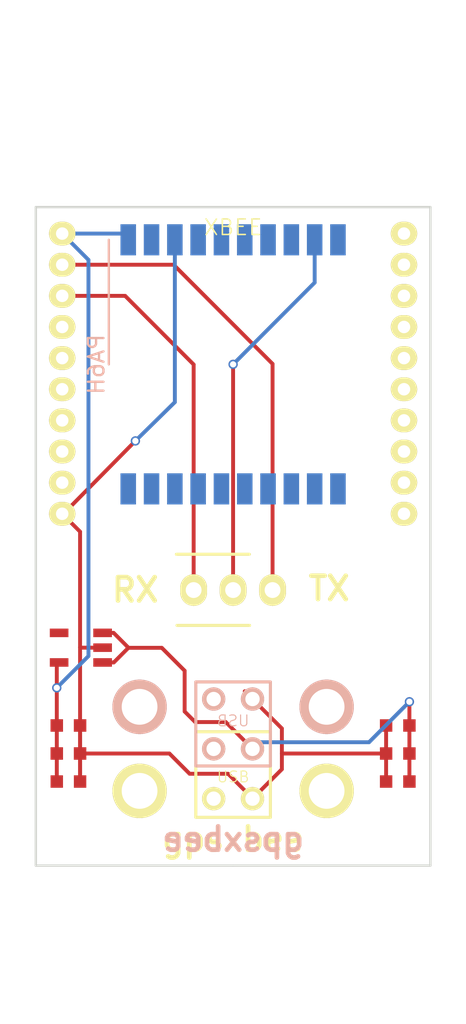
<source format=kicad_pcb>
(kicad_pcb (version 4) (host pcbnew 4.0.7-e2-6376~58~ubuntu16.04.1)

  (general
    (links 0)
    (no_connects 0)
    (area 97.794999 82.394999 128.205001 148.605001)
    (thickness 1.6)
    (drawings 20)
    (tracks 66)
    (zones 0)
    (modules 14)
    (nets 2)
  )

  (page A4)
  (layers
    (0 F.Cu signal)
    (31 B.Cu signal)
    (32 B.Adhes user)
    (33 F.Adhes user)
    (34 B.Paste user)
    (35 F.Paste user)
    (36 B.SilkS user)
    (37 F.SilkS user)
    (38 B.Mask user)
    (39 F.Mask user)
    (40 Dwgs.User user)
    (41 Cmts.User user)
    (42 Eco1.User user)
    (43 Eco2.User user)
    (44 Edge.Cuts user)
    (45 Margin user)
    (46 B.CrtYd user)
    (47 F.CrtYd user)
    (48 B.Fab user)
    (49 F.Fab user)
  )

  (setup
    (last_trace_width 0.25)
    (trace_clearance 0.2)
    (zone_clearance 0.508)
    (zone_45_only no)
    (trace_min 0.2)
    (segment_width 0.2)
    (edge_width 0.15)
    (via_size 0.6)
    (via_drill 0.4)
    (via_min_size 0.4)
    (via_min_drill 0.3)
    (uvia_size 0.3)
    (uvia_drill 0.1)
    (uvias_allowed no)
    (uvia_min_size 0.2)
    (uvia_min_drill 0.1)
    (pcb_text_width 0.3)
    (pcb_text_size 1.5 1.5)
    (mod_edge_width 0.15)
    (mod_text_size 1 1)
    (mod_text_width 0.15)
    (pad_size 1.524 1.524)
    (pad_drill 0.762)
    (pad_to_mask_clearance 0.2)
    (aux_axis_origin 0 0)
    (visible_elements FFFFFF7F)
    (pcbplotparams
      (layerselection 0x00030_80000001)
      (usegerberextensions false)
      (excludeedgelayer true)
      (linewidth 0.150000)
      (plotframeref false)
      (viasonmask false)
      (mode 1)
      (useauxorigin false)
      (hpglpennumber 1)
      (hpglpenspeed 20)
      (hpglpendiameter 15)
      (hpglpenoverlay 2)
      (psnegative false)
      (psa4output false)
      (plotreference true)
      (plotvalue true)
      (plotinvisibletext false)
      (padsonsilk false)
      (subtractmaskfromsilk false)
      (outputformat 1)
      (mirror false)
      (drillshape 0)
      (scaleselection 1)
      (outputdirectory ""))
  )

  (net 0 "")
  (net 1 /gnd)

  (net_class Default "This is the default net class."
    (clearance 0.2)
    (trace_width 0.25)
    (via_dia 0.6)
    (via_drill 0.4)
    (uvia_dia 0.3)
    (uvia_drill 0.1)
    (add_net /gnd)
  )

  (module 00my_modules:Wurth_61400413321_usb (layer F.Cu) (tedit 5CAD6907) (tstamp 5CAD6EEF)
    (at 113 133.4)
    (descr Wurth_61400413321)
    (tags usb)
    (fp_text reference "" (at 0 -1) (layer F.SilkS)
      (effects (font (size 0.5 0.5) (thickness 0.01)))
    )
    (fp_text value "" (at 0 1) (layer F.Fab)
      (effects (font (size 0.5 0.5) (thickness 0.01)))
    )
    (fp_text user USB (at 0 -0.9) (layer F.SilkS)
      (effects (font (size 0.7 0.7) (thickness 0.07)))
    )
    (fp_line (start -6.1 4.72) (end -6.1 -6.48) (layer F.CrtYd) (width 0.05))
    (fp_line (start 6.1 4.72) (end 6.1 -6.48) (layer F.CrtYd) (width 0.05))
    (fp_line (start -6.1 -6.48) (end 6.1 -6.48) (layer F.CrtYd) (width 0.05))
    (fp_line (start -6.1 4.72) (end 6.1 4.72) (layer F.CrtYd) (width 0.05))
    (fp_line (start -15 0) (end 15 0) (layer F.CrtYd) (width 0.01))
    (fp_line (start 0 -15) (end 0 15) (layer F.CrtYd) (width 0.01))
    (pad V thru_hole circle (at 1.25 -2.7) (size 1.5 1.5) (drill 0.92) (layers *.Cu *.Mask F.SilkS))
    (pad - thru_hole circle (at -1.25 -2.7) (size 1.5 1.5) (drill 0.92) (layers *.Cu *.Mask F.SilkS))
    (pad + thru_hole circle (at -1.25 0.5) (size 1.5 1.5) (drill 0.92) (layers *.Cu *.Mask F.SilkS))
    (pad G thru_hole circle (at 1.25 0.5) (size 1.5 1.5) (drill 0.92) (layers *.Cu *.Mask F.SilkS) (net 1 /gnd) )
    (pad X thru_hole circle (at 6.02 0) (size 3.5 3.5) (drill 2.3) (layers *.Cu *.Mask F.SilkS))
    (pad X thru_hole circle (at -6.02 0) (size 3.5 3.5) (drill 2.3) (layers *.Cu *.Mask F.SilkS))
  )

  (module 00my_modules:R_0603 (layer F.Cu) (tedit 5415CC62) (tstamp 5CAD8790)
    (at 102.4 131)
    (descr R0603)
    (tags "resistor capacitor led 0603")
    (attr smd)
    (fp_text reference "" (at 0 0) (layer F.SilkS)
      (effects (font (size 0.5 0.5) (thickness 0.1)))
    )
    (fp_text value R (at 0 0) (layer F.Fab)
      (effects (font (size 0.5 0.5) (thickness 0.01)))
    )
    (fp_line (start -1.2 -0.45) (end 1.2 -0.45) (layer F.CrtYd) (width 0.01))
    (fp_line (start -1.2 0.45) (end 1.2 0.45) (layer F.CrtYd) (width 0.01))
    (fp_line (start -1.2 -0.45) (end -1.2 0.45) (layer F.CrtYd) (width 0.01))
    (fp_line (start 1.2 -0.45) (end 1.2 0.45) (layer F.CrtYd) (width 0.01))
    (pad 1 smd rect (at -0.75 0) (size 0.8 0.8) (layers F.Cu F.Paste F.Mask))
    (pad 2 smd rect (at 0.75 0) (size 0.8 0.8) (layers F.Cu F.Paste F.Mask))
  )

  (module 00my_modules:R_0603 (layer F.Cu) (tedit 5415CC62) (tstamp 5CAD8787)
    (at 102.4 129.2)
    (descr R0603)
    (tags "resistor capacitor led 0603")
    (attr smd)
    (fp_text reference "" (at 0 0) (layer F.SilkS)
      (effects (font (size 0.5 0.5) (thickness 0.1)))
    )
    (fp_text value R (at 0 0) (layer F.Fab)
      (effects (font (size 0.5 0.5) (thickness 0.01)))
    )
    (fp_line (start -1.2 -0.45) (end 1.2 -0.45) (layer F.CrtYd) (width 0.01))
    (fp_line (start -1.2 0.45) (end 1.2 0.45) (layer F.CrtYd) (width 0.01))
    (fp_line (start -1.2 -0.45) (end -1.2 0.45) (layer F.CrtYd) (width 0.01))
    (fp_line (start 1.2 -0.45) (end 1.2 0.45) (layer F.CrtYd) (width 0.01))
    (pad 1 smd rect (at -0.75 0) (size 0.8 0.8) (layers F.Cu F.Paste F.Mask))
    (pad 2 smd rect (at 0.75 0) (size 0.8 0.8) (layers F.Cu F.Paste F.Mask))
  )

  (module 00my_modules:Wurth_61400413321_usb (layer B.Cu) (tedit 5CAD6922) (tstamp 5CAD6EAD)
    (at 113 128)
    (descr Wurth_61400413321)
    (tags usb)
    (fp_text reference "" (at 0 1) (layer B.SilkS)
      (effects (font (size 0.5 0.5) (thickness 0.01)) (justify mirror))
    )
    (fp_text value "" (at 0 -1) (layer B.Fab)
      (effects (font (size 0.5 0.5) (thickness 0.01)) (justify mirror))
    )
    (fp_text user USB (at 0 0.9) (layer B.SilkS)
      (effects (font (size 0.7 0.7) (thickness 0.07)) (justify mirror))
    )
    (fp_line (start -6.1 -4.72) (end -6.1 6.48) (layer B.CrtYd) (width 0.05))
    (fp_line (start 6.1 -4.72) (end 6.1 6.48) (layer B.CrtYd) (width 0.05))
    (fp_line (start -6.1 6.48) (end 6.1 6.48) (layer B.CrtYd) (width 0.05))
    (fp_line (start -6.1 -4.72) (end 6.1 -4.72) (layer B.CrtYd) (width 0.05))
    (fp_line (start -15 0) (end 15 0) (layer B.CrtYd) (width 0.01))
    (fp_line (start 0 15) (end 0 -15) (layer B.CrtYd) (width 0.01))
    (pad V thru_hole circle (at 1.25 2.7) (size 1.5 1.5) (drill 0.92) (layers *.Cu *.Mask B.SilkS))
    (pad - thru_hole circle (at -1.25 2.7) (size 1.5 1.5) (drill 0.92) (layers *.Cu *.Mask B.SilkS))
    (pad + thru_hole circle (at -1.25 -0.5) (size 1.5 1.5) (drill 0.92) (layers *.Cu *.Mask B.SilkS))
    (pad G thru_hole circle (at 1.25 -0.5) (size 1.5 1.5) (drill 0.92) (layers *.Cu *.Mask B.SilkS)(net 1 /gnd) )
    (pad X thru_hole circle (at 6.02 0) (size 3.5 3.5) (drill 2.3) (layers *.Cu *.Mask B.SilkS))
    (pad X thru_hole circle (at -6.02 0) (size 3.5 3.5) (drill 2.3) (layers *.Cu *.Mask B.SilkS))
  )

  (module 00my_modules:xbee (layer F.Cu) (tedit 0) (tstamp 5CAD5FE3)
    (at 113 117.6)
    (descr "xbee header")
    (tags xbee)
    (fp_text reference XBEE (at 0 -20.4) (layer F.SilkS)
      (effects (font (size 1 1) (thickness 0.1)))
    )
    (fp_text value "" (at 0 -15) (layer F.Fab)
      (effects (font (size 0.5 0.5) (thickness 0.01)))
    )
    (fp_line (start -5 -27.6) (end 5 -27.6) (layer F.CrtYd) (width 0.127))
    (fp_line (start -12.25 -21.25) (end -5 -27.6) (layer F.CrtYd) (width 0.127))
    (fp_line (start 12.25 -21.25) (end 5 -27.6) (layer F.CrtYd) (width 0.127))
    (fp_line (start 9.75 -21.25) (end 12.25 -21.25) (layer F.CrtYd) (width 0.2032))
    (fp_line (start 12.25 -21.25) (end 12.25 -0.75) (layer F.CrtYd) (width 0.2032))
    (fp_line (start 12.25 -0.75) (end 9.75 -0.75) (layer F.CrtYd) (width 0.2032))
    (fp_line (start 9.75 -21.25) (end 9.75 -0.75) (layer F.CrtYd) (width 0.2032))
    (fp_line (start -9.75 -21.25) (end -12.25 -21.25) (layer F.CrtYd) (width 0.2032))
    (fp_line (start -12.25 -21.25) (end -12.25 -0.75) (layer F.CrtYd) (width 0.2032))
    (fp_line (start -12.25 -0.75) (end -9.75 -0.75) (layer F.CrtYd) (width 0.2032))
    (fp_line (start -9.75 -21.25) (end -9.75 -0.75) (layer F.CrtYd) (width 0.2032))
    (fp_line (start -12.25 -0.75) (end -12.25 0) (layer F.CrtYd) (width 0.127))
    (fp_line (start 12.25 -0.75) (end 12.25 0) (layer F.CrtYd) (width 0.127))
    (fp_line (start -12.25 0) (end 12.25 0) (layer F.CrtYd) (width 0.127))
    (fp_line (start 0 10) (end 0 -35) (layer F.CrtYd) (width 0.01))
    (pad V thru_hole oval (at -11 -20) (size 1.7 1.524) (drill 0.8) (layers *.Cu *.Mask F.SilkS))
    (pad T thru_hole oval (at -11 -18) (size 1.7 1.524) (drill 0.8) (layers *.Cu *.Mask F.SilkS))
    (pad R thru_hole oval (at -11 -16) (size 1.7 1.524) (drill 0.8) (layers *.Cu *.Mask F.SilkS))
    (pad 4 thru_hole oval (at -11 -14) (size 1.7 1.524) (drill 0.8) (layers *.Cu *.Mask F.SilkS))
    (pad N thru_hole oval (at -11 -12) (size 1.7 1.524) (drill 0.8) (layers *.Cu *.Mask F.SilkS))
    (pad 6 thru_hole oval (at -11 -10) (size 1.7 1.524) (drill 0.8) (layers *.Cu *.Mask F.SilkS))
    (pad 7 thru_hole oval (at -11 -8) (size 1.7 1.524) (drill 0.8) (layers *.Cu *.Mask F.SilkS))
    (pad 8 thru_hole oval (at -11 -6) (size 1.7 1.524) (drill 0.8) (layers *.Cu *.Mask F.SilkS))
    (pad 9 thru_hole oval (at -11 -4) (size 1.7 1.524) (drill 0.8) (layers *.Cu *.Mask F.SilkS))
    (pad G thru_hole oval (at -11 -2) (size 1.7 1.524) (drill 0.8) (layers *.Cu *.Mask F.SilkS))
    (pad 11 thru_hole oval (at 11 -2) (size 1.7 1.524) (drill 0.8) (layers *.Cu *.Mask F.SilkS))
    (pad 12 thru_hole oval (at 11 -4) (size 1.7 1.524) (drill 0.8) (layers *.Cu *.Mask F.SilkS))
    (pad 13 thru_hole oval (at 11 -6) (size 1.7 1.524) (drill 0.8) (layers *.Cu *.Mask F.SilkS))
    (pad 14 thru_hole oval (at 11 -8) (size 1.7 1.524) (drill 0.8) (layers *.Cu *.Mask F.SilkS))
    (pad 15 thru_hole oval (at 11 -10) (size 1.7 1.524) (drill 0.8) (layers *.Cu *.Mask F.SilkS))
    (pad 16 thru_hole oval (at 11 -12) (size 1.7 1.524) (drill 0.8) (layers *.Cu *.Mask F.SilkS))
    (pad 17 thru_hole oval (at 11 -14) (size 1.7 1.524) (drill 0.8) (layers *.Cu *.Mask F.SilkS))
    (pad 18 thru_hole oval (at 11 -16) (size 1.7 1.524) (drill 0.8) (layers *.Cu *.Mask F.SilkS))
    (pad 19 thru_hole oval (at 11 -18) (size 1.7 1.524) (drill 0.8) (layers *.Cu *.Mask F.SilkS))
    (pad 20 thru_hole oval (at 11 -20) (size 1.7 1.524) (drill 0.8) (layers *.Cu *.Mask F.SilkS))
  )

  (module 00my_modules:PA6H (layer B.Cu) (tedit 5415CC62) (tstamp 5CAD675E)
    (at 113 106 270)
    (descr PA6H)
    (tags "PA6H gps")
    (fp_text reference PA6H (at 0 8.8 270) (layer B.SilkS)
      (effects (font (size 1 1) (thickness 0.15)) (justify mirror))
    )
    (fp_text value GPS (at 0 7 270) (layer B.Fab)
      (effects (font (size 1 1) (thickness 0.15)) (justify mirror))
    )
    (fp_line (start -8 8) (end -8 -8) (layer B.CrtYd) (width 0.05))
    (fp_line (start 8 8) (end 8 -8) (layer B.CrtYd) (width 0.05))
    (fp_line (start -8 8) (end 8 8) (layer B.CrtYd) (width 0.05))
    (fp_line (start -8 -8) (end 8 -8) (layer B.CrtYd) (width 0.05))
    (fp_line (start -8 8) (end 0 8) (layer B.SilkS) (width 0.15))
    (fp_line (start -15 0) (end 15 0) (layer B.CrtYd) (width 0.01))
    (fp_line (start 0 15) (end 0 -15) (layer B.CrtYd) (width 0.01))
    (pad VCC smd rect (at -8 6.75 270) (size 2 1) (layers B.Cu B.Paste B.Mask))
    (pad 2 smd rect (at -8 5.25 270) (size 2 1) (layers B.Cu B.Paste B.Mask))
    (pad GND smd rect (at -8 3.75 270) (size 2 1) (layers B.Cu B.Paste B.Mask)
      (net 1 /gnd))
    (pad 4 smd rect (at -8 2.25 270) (size 2 1) (layers B.Cu B.Paste B.Mask))
    (pad 5 smd rect (at -8 0.75 270) (size 2 1) (layers B.Cu B.Paste B.Mask))
    (pad 6 smd rect (at -8 -0.75 270) (size 2 1) (layers B.Cu B.Paste B.Mask))
    (pad 7 smd rect (at -8 -2.25 270) (size 2 1) (layers B.Cu B.Paste B.Mask))
    (pad 8 smd rect (at -8 -3.75 270) (size 2 1) (layers B.Cu B.Paste B.Mask))
    (pad TX smd rect (at -8 -5.25 270) (size 2 1) (layers B.Cu B.Paste B.Mask))
    (pad RX smd rect (at -8 -6.75 270) (size 2 1) (layers B.Cu B.Paste B.Mask))
    (pad 11 smd rect (at 8 -6.75 270) (size 2 1) (layers B.Cu B.Paste B.Mask))
    (pad 12 smd rect (at 8 -5.25 270) (size 2 1) (layers B.Cu B.Paste B.Mask))
    (pad 13 smd rect (at 8 -3.75 270) (size 2 1) (layers B.Cu B.Paste B.Mask))
    (pad 14 smd rect (at 8 -2.25 270) (size 2 1) (layers B.Cu B.Paste B.Mask))
    (pad 15 smd rect (at 8 -0.75 270) (size 2 1) (layers B.Cu B.Paste B.Mask))
    (pad 16 smd rect (at 8 0.75 270) (size 2 1) (layers B.Cu B.Paste B.Mask))
    (pad 17 smd rect (at 8 2.25 270) (size 2 1) (layers B.Cu B.Paste B.Mask))
    (pad 18 smd rect (at 8 3.75 270) (size 2 1) (layers B.Cu B.Paste B.Mask))
    (pad 19 smd rect (at 8 5.25 270) (size 2 1) (layers B.Cu B.Paste B.Mask))
    (pad 20 smd rect (at 8 6.75 270) (size 2 1) (layers B.Cu B.Paste B.Mask))
  )

  (module 00my_modules:AP2112 (layer F.Cu) (tedit 58CE4E80) (tstamp 5CAD7D53)
    (at 103.2 124.2 180)
    (descr SOT25)
    (tags SOT25)
    (attr smd)
    (fp_text reference "" (at 0 -2.5 180) (layer F.SilkS)
      (effects (font (size 1 1) (thickness 0.15)))
    )
    (fp_text value "" (at 0 2.05 180) (layer F.Fab)
      (effects (font (size 0.5 0.5) (thickness 0.01)))
    )
    (fp_text user SOT25 (at 0 0 270) (layer F.Fab)
      (effects (font (size 0.5 0.5) (thickness 0.01)))
    )
    (fp_line (start -0.8 -1.5) (end 0.8 -1.5) (layer F.Fab) (width 0.01))
    (fp_line (start -0.8 1.5) (end 0.8 1.5) (layer F.Fab) (width 0.01))
    (fp_line (start -0.8 -1.5) (end -0.8 1.5) (layer F.Fab) (width 0.01))
    (fp_line (start 0.8 -1.5) (end 0.8 1.5) (layer F.Fab) (width 0.01))
    (fp_line (start -0.8 -1.5) (end -0.8 1.5) (layer F.Fab) (width 0.01))
    (fp_line (start 0.8 -1.5) (end 0.8 1.5) (layer F.Fab) (width 0.01))
    (fp_line (start -2.3 -1.7) (end 2.3 -1.7) (layer F.CrtYd) (width 0.01))
    (fp_line (start -2.3 -1.7) (end -2.3 1.7) (layer F.CrtYd) (width 0.01))
    (fp_line (start 2.3 1.7) (end 2.3 -1.7) (layer F.CrtYd) (width 0.01))
    (fp_line (start 2.3 1.7) (end -2.3 1.7) (layer F.CrtYd) (width 0.01))
    (pad VIN smd rect (at -1.4 -0.95 180) (size 1.2 0.55) (layers F.Cu F.Paste F.Mask))
    (pad GND smd rect (at -1.4 0 180) (size 1.2 0.55) (layers F.Cu F.Paste F.Mask))
    (pad EN smd rect (at -1.4 0.95 180) (size 1.2 0.55) (layers F.Cu F.Paste F.Mask))
    (pad NC smd rect (at 1.4 0.95 180) (size 1.2 0.55) (layers F.Cu F.Paste F.Mask))
    (pad VOUT smd rect (at 1.4 -0.95 180) (size 1.2 0.55) (layers F.Cu F.Paste F.Mask))
  )

  (module 00my_modules:R_0603 (layer F.Cu) (tedit 5415CC62) (tstamp 5CAD84C9)
    (at 102.4 129.2)
    (descr R0603)
    (tags "resistor capacitor led 0603")
    (attr smd)
    (fp_text reference "" (at 0 0) (layer F.SilkS)
      (effects (font (size 0.5 0.5) (thickness 0.1)))
    )
    (fp_text value R (at 0 0) (layer F.Fab)
      (effects (font (size 0.5 0.5) (thickness 0.01)))
    )
    (fp_line (start -1.2 -0.45) (end 1.2 -0.45) (layer F.CrtYd) (width 0.01))
    (fp_line (start -1.2 0.45) (end 1.2 0.45) (layer F.CrtYd) (width 0.01))
    (fp_line (start -1.2 -0.45) (end -1.2 0.45) (layer F.CrtYd) (width 0.01))
    (fp_line (start 1.2 -0.45) (end 1.2 0.45) (layer F.CrtYd) (width 0.01))
    (pad 1 smd rect (at -0.75 0) (size 0.8 0.8) (layers F.Cu F.Paste F.Mask))
    (pad 2 smd rect (at 0.75 0) (size 0.8 0.8) (layers F.Cu F.Paste F.Mask))
  )

  (module 00my_modules:R_0603 (layer F.Cu) (tedit 5415CC62) (tstamp 5CAD84DC)
    (at 102.4 131)
    (descr R0603)
    (tags "resistor capacitor led 0603")
    (attr smd)
    (fp_text reference "" (at 0 0) (layer F.SilkS)
      (effects (font (size 0.5 0.5) (thickness 0.1)))
    )
    (fp_text value R (at 0 0) (layer F.Fab)
      (effects (font (size 0.5 0.5) (thickness 0.01)))
    )
    (fp_line (start -1.2 -0.45) (end 1.2 -0.45) (layer F.CrtYd) (width 0.01))
    (fp_line (start -1.2 0.45) (end 1.2 0.45) (layer F.CrtYd) (width 0.01))
    (fp_line (start -1.2 -0.45) (end -1.2 0.45) (layer F.CrtYd) (width 0.01))
    (fp_line (start 1.2 -0.45) (end 1.2 0.45) (layer F.CrtYd) (width 0.01))
    (pad 1 smd rect (at -0.75 0) (size 0.8 0.8) (layers F.Cu F.Paste F.Mask))
    (pad 2 smd rect (at 0.75 0) (size 0.8 0.8) (layers F.Cu F.Paste F.Mask))
  )

  (module 00my_modules:R_0603 (layer F.Cu) (tedit 5415CC62) (tstamp 5CAD84EF)
    (at 102.4 132.8)
    (descr R0603)
    (tags "resistor capacitor led 0603")
    (attr smd)
    (fp_text reference "" (at 0 0) (layer F.SilkS)
      (effects (font (size 0.5 0.5) (thickness 0.1)))
    )
    (fp_text value R (at 0 0) (layer F.Fab)
      (effects (font (size 0.5 0.5) (thickness 0.01)))
    )
    (fp_line (start -1.2 -0.45) (end 1.2 -0.45) (layer F.CrtYd) (width 0.01))
    (fp_line (start -1.2 0.45) (end 1.2 0.45) (layer F.CrtYd) (width 0.01))
    (fp_line (start -1.2 -0.45) (end -1.2 0.45) (layer F.CrtYd) (width 0.01))
    (fp_line (start 1.2 -0.45) (end 1.2 0.45) (layer F.CrtYd) (width 0.01))
    (pad 1 smd rect (at -0.75 0) (size 0.8 0.8) (layers F.Cu F.Paste F.Mask))
    (pad 2 smd rect (at 0.75 0) (size 0.8 0.8) (layers F.Cu F.Paste F.Mask))
  )

  (module 00my_modules:R_0603 (layer F.Cu) (tedit 5415CC62) (tstamp 5CAD87D0)
    (at 123.6 129.2)
    (descr R0603)
    (tags "resistor capacitor led 0603")
    (attr smd)
    (fp_text reference "" (at 0 0) (layer F.SilkS)
      (effects (font (size 0.5 0.5) (thickness 0.1)))
    )
    (fp_text value R (at 0 0) (layer F.Fab)
      (effects (font (size 0.5 0.5) (thickness 0.01)))
    )
    (fp_line (start -1.2 -0.45) (end 1.2 -0.45) (layer F.CrtYd) (width 0.01))
    (fp_line (start -1.2 0.45) (end 1.2 0.45) (layer F.CrtYd) (width 0.01))
    (fp_line (start -1.2 -0.45) (end -1.2 0.45) (layer F.CrtYd) (width 0.01))
    (fp_line (start 1.2 -0.45) (end 1.2 0.45) (layer F.CrtYd) (width 0.01))
    (pad 1 smd rect (at -0.75 0) (size 0.8 0.8) (layers F.Cu F.Paste F.Mask))
    (pad 2 smd rect (at 0.75 0) (size 0.8 0.8) (layers F.Cu F.Paste F.Mask))
  )

  (module 00my_modules:R_0603 (layer F.Cu) (tedit 5415CC62) (tstamp 5CAD87E3)
    (at 123.6 131)
    (descr R0603)
    (tags "resistor capacitor led 0603")
    (attr smd)
    (fp_text reference "" (at 0 0) (layer F.SilkS)
      (effects (font (size 0.5 0.5) (thickness 0.1)))
    )
    (fp_text value R (at 0 0) (layer F.Fab)
      (effects (font (size 0.5 0.5) (thickness 0.01)))
    )
    (fp_line (start -1.2 -0.45) (end 1.2 -0.45) (layer F.CrtYd) (width 0.01))
    (fp_line (start -1.2 0.45) (end 1.2 0.45) (layer F.CrtYd) (width 0.01))
    (fp_line (start -1.2 -0.45) (end -1.2 0.45) (layer F.CrtYd) (width 0.01))
    (fp_line (start 1.2 -0.45) (end 1.2 0.45) (layer F.CrtYd) (width 0.01))
    (pad 1 smd rect (at -0.75 0) (size 0.8 0.8) (layers F.Cu F.Paste F.Mask))
    (pad 2 smd rect (at 0.75 0) (size 0.8 0.8) (layers F.Cu F.Paste F.Mask))
  )

  (module 00my_modules:R_0603 (layer F.Cu) (tedit 5415CC62) (tstamp 5CAD87F6)
    (at 123.6 132.8)
    (descr R0603)
    (tags "resistor capacitor led 0603")
    (attr smd)
    (fp_text reference "" (at 0 0) (layer F.SilkS)
      (effects (font (size 0.5 0.5) (thickness 0.1)))
    )
    (fp_text value R (at 0 0) (layer F.Fab)
      (effects (font (size 0.5 0.5) (thickness 0.01)))
    )
    (fp_line (start -1.2 -0.45) (end 1.2 -0.45) (layer F.CrtYd) (width 0.01))
    (fp_line (start -1.2 0.45) (end 1.2 0.45) (layer F.CrtYd) (width 0.01))
    (fp_line (start -1.2 -0.45) (end -1.2 0.45) (layer F.CrtYd) (width 0.01))
    (fp_line (start 1.2 -0.45) (end 1.2 0.45) (layer F.CrtYd) (width 0.01))
    (pad 1 smd rect (at -0.75 0) (size 0.8 0.8) (layers F.Cu F.Paste F.Mask))
    (pad 2 smd rect (at 0.75 0) (size 0.8 0.8) (layers F.Cu F.Paste F.Mask))
  )

  (module 00my_modules:header1x3straight (layer F.Cu) (tedit 0) (tstamp 5CAD6CC6)
    (at 113 120.5 90)
    (descr "Through hole pin header")
    (tags "pin header")
    (fp_text reference "" (at 0 -2.4 90) (layer F.SilkS)
      (effects (font (size 0.5 0.5) (thickness 0.01)))
    )
    (fp_text value "" (at 0 -3.1 90) (layer F.Fab)
      (effects (font (size 0.5 0.5) (thickness 0.01)))
    )
    (fp_line (start -1.75 -4.29) (end -1.75 4.29) (layer F.CrtYd) (width 0.05))
    (fp_line (start 1.75 -4.29) (end 1.75 4.29) (layer F.CrtYd) (width 0.05))
    (fp_line (start -1.75 -4.29) (end 1.75 -4.29) (layer F.CrtYd) (width 0.05))
    (fp_line (start -1.75 4.29) (end 1.75 4.29) (layer F.CrtYd) (width 0.05))
    (fp_line (start -6 -2.54) (end 6 -2.54) (layer F.CrtYd) (width 0.01))
    (fp_line (start -6 0) (end 6 0) (layer F.CrtYd) (width 0.01))
    (fp_line (start -6 2.54) (end 6 2.54) (layer F.CrtYd) (width 0.01))
    (pad 1 thru_hole oval (at 0 -2.54 90) (size 2.032 1.7272) (drill 1.016) (layers *.Cu *.Mask F.SilkS))
    (pad 2 thru_hole oval (at 0 0 90) (size 2.032 1.7272) (drill 1.016) (layers *.Cu *.Mask F.SilkS))
    (pad 3 thru_hole oval (at 0 2.54 90) (size 2.032 1.7272) (drill 1.016) (layers *.Cu *.Mask F.SilkS))
  )

  (gr_text gpsxbee (at 113 136.5) (layer B.SilkS)
    (effects (font (size 1.5 1.5) (thickness 0.3)) (justify mirror))
  )
  (gr_text gpsxbee (at 113 136.5) (layer F.SilkS)
    (effects (font (size 1.5 1.5) (thickness 0.3)))
  )
  (gr_line (start 109.35 118.2) (end 114.05 118.2) (angle 90) (layer F.SilkS) (width 0.2))
  (gr_line (start 110.6 135.1) (end 110.6 129.7) (angle 90) (layer F.SilkS) (width 0.2))
  (gr_line (start 115.4 135.1) (end 110.6 135.1) (angle 90) (layer F.SilkS) (width 0.2))
  (gr_line (start 115.4 129.6) (end 115.4 135.1) (angle 90) (layer F.SilkS) (width 0.2))
  (gr_line (start 110.6 129.6) (end 115.4 129.6) (angle 90) (layer F.SilkS) (width 0.2))
  (gr_line (start 110.6 131.8) (end 110.6 126.4) (angle 90) (layer B.SilkS) (width 0.2))
  (gr_line (start 115.4 131.8) (end 110.6 131.8) (angle 90) (layer B.SilkS) (width 0.2))
  (gr_line (start 115.4 126.4) (end 115.4 131.8) (angle 90) (layer B.SilkS) (width 0.2))
  (gr_line (start 110.6 126.4) (end 115.4 126.4) (angle 90) (layer B.SilkS) (width 0.2))
  (gr_line (start 114.06 122.77) (end 114.04 122.77) (angle 90) (layer F.SilkS) (width 0.2))
  (gr_line (start 109.39 122.77) (end 114.06 122.77) (angle 90) (layer F.SilkS) (width 0.2))
  (gr_text TX (at 119.18 120.4) (layer F.SilkS)
    (effects (font (size 1.5 1.5) (thickness 0.3)))
  )
  (gr_text RX (at 106.7 120.49) (layer F.SilkS)
    (effects (font (size 1.5 1.5) (thickness 0.3)))
  )
  (gr_line (start 125.7 138.2) (end 113 138.2) (angle 90) (layer Edge.Cuts) (width 0.15))
  (gr_line (start 125.7 95.9) (end 125.7 138.2) (angle 90) (layer Edge.Cuts) (width 0.15))
  (gr_line (start 100.3 95.9) (end 125.7 95.9) (angle 90) (layer Edge.Cuts) (width 0.15))
  (gr_line (start 100.3 138.2) (end 113 138.2) (angle 90) (layer Edge.Cuts) (width 0.15))
  (gr_line (start 100.3 95.9) (end 100.3 138.2) (angle 90) (layer Edge.Cuts) (width 0.15))

  (segment (start 113 120.5) (end 113 106) (width 0.25) (layer F.Cu) (net 0))
  (segment (start 118.25 100.75) (end 118.25 98) (width 0.25) (layer B.Cu) (net 0) (tstamp 5CAD6CE5))
  (segment (start 113 106) (end 118.25 100.75) (width 0.25) (layer B.Cu) (net 0) (tstamp 5CAD6CE4))
  (via (at 113 106) (size 0.6) (drill 0.4) (layers F.Cu B.Cu) (net 0))
  (segment (start 102 99.6) (end 109.17 99.6) (width 0.25) (layer F.Cu) (net 0))
  (segment (start 115.54 105.97) (end 115.54 120.5) (width 0.25) (layer F.Cu) (net 0) (tstamp 5CAD6CDF))
  (segment (start 109.17 99.6) (end 115.54 105.97) (width 0.25) (layer F.Cu) (net 0) (tstamp 5CAD6CDD))
  (segment (start 102 101.6) (end 106.05 101.6) (width 0.25) (layer F.Cu) (net 0))
  (segment (start 110.46 106.01) (end 110.46 120.5) (width 0.25) (layer F.Cu) (net 0) (tstamp 5CAD6CD7))
  (segment (start 106.05 101.6) (end 110.46 106.01) (width 0.25) (layer F.Cu) (net 0) (tstamp 5CAD6CD5))
  (segment (start 102 97.6) (end 105.85 97.6) (width 0.25) (layer B.Cu) (net 0))
  (segment (start 105.85 97.6) (end 106.25 98) (width 0.25) (layer B.Cu) (net 0) (tstamp 5CAD8835))
  (via (at 101.65 126.78) (size 0.6) (drill 0.4) (layers F.Cu B.Cu) (net 0))
  (segment (start 102 97.6) (end 103.69 99.29) (width 0.25) (layer B.Cu) (net 0) (tstamp 5CAD8832))
  (segment (start 103.69 124.74) (end 103.69 99.29) (width 0.25) (layer B.Cu) (net 0) (tstamp 5CAD8830))
  (segment (start 103.69 124.74) (end 101.65 126.78) (width 0.25) (layer B.Cu) (net 0) (tstamp 5CAD882F))
  (segment (start 122.85 131) (end 116.14 131) (width 0.25) (layer F.Cu) (net 0))
  (segment (start 124.35 129.2) (end 124.35 127.675) (width 0.25) (layer F.Cu) (net 0))
  (segment (start 121.75 130.275) (end 114.675 130.275) (width 0.25) (layer B.Cu) (net 0) (tstamp 5CAD881C))
  (segment (start 124.35 127.675) (end 121.75 130.275) (width 0.25) (layer B.Cu) (net 0) (tstamp 5CAD881B))
  (via (at 124.35 127.675) (size 0.6) (drill 0.4) (layers F.Cu B.Cu) (net 0))
  (segment (start 114.675 130.275) (end 114.25 130.7) (width 0.25) (layer B.Cu) (net 0) (tstamp 5CAD881E))
  (segment (start 124.35 129.2) (end 124.35 132.8) (width 0.25) (layer F.Cu) (net 0))
  (segment (start 122.85 129.2) (end 122.85 132.8) (width 0.25) (layer F.Cu) (net 0))
  (segment (start 101.65 129.2) (end 101.65 126.78) (width 0.25) (layer F.Cu) (net 0))
  (segment (start 101.65 126.78) (end 101.65 125.3) (width 0.25) (layer F.Cu) (net 0) (tstamp 5CAD882C))
  (segment (start 101.65 125.3) (end 101.8 125.15) (width 0.25) (layer F.Cu) (net 0) (tstamp 5CAD8810))
  (segment (start 114.25 133.9) (end 114.25 133.875) (width 0.25) (layer F.Cu) (net 0))
  (segment (start 114.25 133.875) (end 112.675 132.3) (width 0.25) (layer F.Cu) (net 0) (tstamp 5CAD8805))
  (segment (start 108.9 131) (end 103.15 131) (width 0.25) (layer F.Cu) (net 0) (tstamp 5CAD880A))
  (segment (start 110.2 132.3) (end 108.9 131) (width 0.25) (layer F.Cu) (net 0) (tstamp 5CAD8808))
  (segment (start 112.675 132.3) (end 110.2 132.3) (width 0.25) (layer F.Cu) (net 0) (tstamp 5CAD8806))
  (segment (start 101.65 129.2) (end 101.65 132.8) (width 0.25) (layer F.Cu) (net 0) (tstamp 5CAD879A))
  (segment (start 101.65 129.2) (end 101.65 132.8) (width 0.25) (layer F.Cu) (net 0))
  (segment (start 113.75 127) (end 114.25 127.5) (width 0.25) (layer F.Cu) (net 0) (tstamp 5CAD858E))
  (segment (start 104.6 125.15) (end 105.32 125.15) (width 0.25) (layer F.Cu) (net 0))
  (segment (start 105.32 125.15) (end 106.265 124.205) (width 0.25) (layer F.Cu) (net 0) (tstamp 5CAD7D91))
  (segment (start 104.6 123.25) (end 105.31 123.25) (width 0.25) (layer F.Cu) (net 0))
  (segment (start 105.31 123.25) (end 106.265 124.205) (width 0.25) (layer F.Cu) (net 0) (tstamp 5CAD7D8D))
  (segment (start 106.265 124.205) (end 106.27 124.21) (width 0.25) (layer F.Cu) (net 0) (tstamp 5CAD7D93))
  (segment (start 114.25 130.7) (end 112.53 128.98) (width 0.25) (layer F.Cu) (net 0))
  (segment (start 108.41 124.21) (end 108.4 124.21) (width 0.25) (layer F.Cu) (net 0) (tstamp 5CAD7D8A))
  (segment (start 108.4 124.21) (end 106.27 124.21) (width 0.25) (layer F.Cu) (net 0) (tstamp 5CAD8590))
  (segment (start 106.27 124.21) (end 106.2 124.21) (width 0.25) (layer F.Cu) (net 0) (tstamp 5CAD7D8F))
  (segment (start 109.88 125.68) (end 108.41 124.21) (width 0.25) (layer F.Cu) (net 0) (tstamp 5CAD7D88))
  (segment (start 109.88 128.3) (end 109.88 125.68) (width 0.25) (layer F.Cu) (net 0) (tstamp 5CAD7D87))
  (segment (start 110.56 128.98) (end 109.88 128.3) (width 0.25) (layer F.Cu) (net 0) (tstamp 5CAD7D86))
  (segment (start 112.53 128.98) (end 110.56 128.98) (width 0.25) (layer F.Cu) (net 0) (tstamp 5CAD7D85))
  (segment (start 114.25 133.9) (end 114.25 133.89) (width 0.25) (layer F.Cu) (net 0))
  (segment (start 114.25 127.5) (end 116.14 129.39) (width 0.25) (layer F.Cu) (net 0))
  (segment (start 116.14 132.01) (end 114.25 133.9) (width 0.25) (layer F.Cu) (net 0) (tstamp 5CAD7D70))
  (segment (start 116.14 129.39) (end 116.14 131) (width 0.25) (layer F.Cu) (net 0) (tstamp 5CAD7D6F))
  (segment (start 116.14 131) (end 116.14 132.01) (width 0.25) (layer F.Cu) (net 0) (tstamp 5CAD8822))
  (segment (start 109.25 108.43) (end 109.25 98) (width 0.25) (layer B.Cu) (net 1) (tstamp 5CAD883A))
  (segment (start 106.71 110.92) (end 109.25 108.43) (width 0.25) (layer B.Cu) (net 1) (tstamp 5CAD8839))
  (via (at 106.71 110.92) (size 0.6) (drill 0.4) (layers F.Cu B.Cu) (net 1))
  (segment (start 102.08 115.6) (end 106.71 110.92) (width 0.25) (layer F.Cu) (net 1) (tstamp 5CAD8837))
  (segment (start 102 115.6) (end 102.08 115.6) (width 0.25) (layer F.Cu) (net 1))
  (segment (start 103.15 124.18) (end 103.15 116.75) (width 0.25) (layer F.Cu) (net 1))
  (segment (start 103.15 116.75) (end 102 115.6) (width 0.25) (layer F.Cu) (net 1) (tstamp 5CAD8827))
  (segment (start 103.15 129.2) (end 103.15 124.18) (width 0.25) (layer F.Cu) (net 1))
  (segment (start 103.15 124.18) (end 103.15 124.175) (width 0.25) (layer F.Cu) (net 1) (tstamp 5CAD8825))
  (segment (start 103.175 124.2) (end 104.6 124.2) (width 0.25) (layer F.Cu) (net 1) (tstamp 5CAD880E))
  (segment (start 103.15 124.175) (end 103.175 124.2) (width 0.25) (layer F.Cu) (net 1) (tstamp 5CAD880D))
  (segment (start 103.15 129.2) (end 103.15 132.8) (width 0.25) (layer F.Cu) (net 1) (tstamp 5CAD8799))
  (segment (start 103.15 129.2) (end 103.15 132.8) (width 0.25) (layer F.Cu) (net 1))

  (zone (net 1) (net_name /gnd) (layer B.Cu) (tstamp 5CAD78B5) (hatch edge 0.508)
    (connect_pads (clearance 0.508))
    (min_thickness 0.254)
    (fill (arc_segments 16) (thermal_gap 0.508) (thermal_bridge_width 0.508))
    (polygon
      (pts
        (xy 125.7 138.2) (xy 100.3 138.2) (xy 100.3 95.9) (xy 125.7 95.9)
      )
    )
  )
)

</source>
